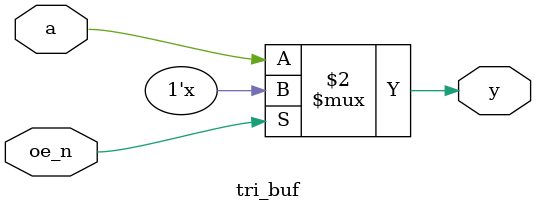
<source format=v>
`timescale 1ns/1ps
`default_nettype none

module tri_buf(y, a, oe_n);
    parameter delay = 13;
    input wire a;
    input wire oe_n;
    output wire y;

`ifdef TARGET_FPGA
    assign y = (oe_n == 1'b0) ? a : 1'b0;
`else
    assign #delay y = (oe_n == 1'b0) ? a : 1'bZ;
`endif
endmodule

</source>
